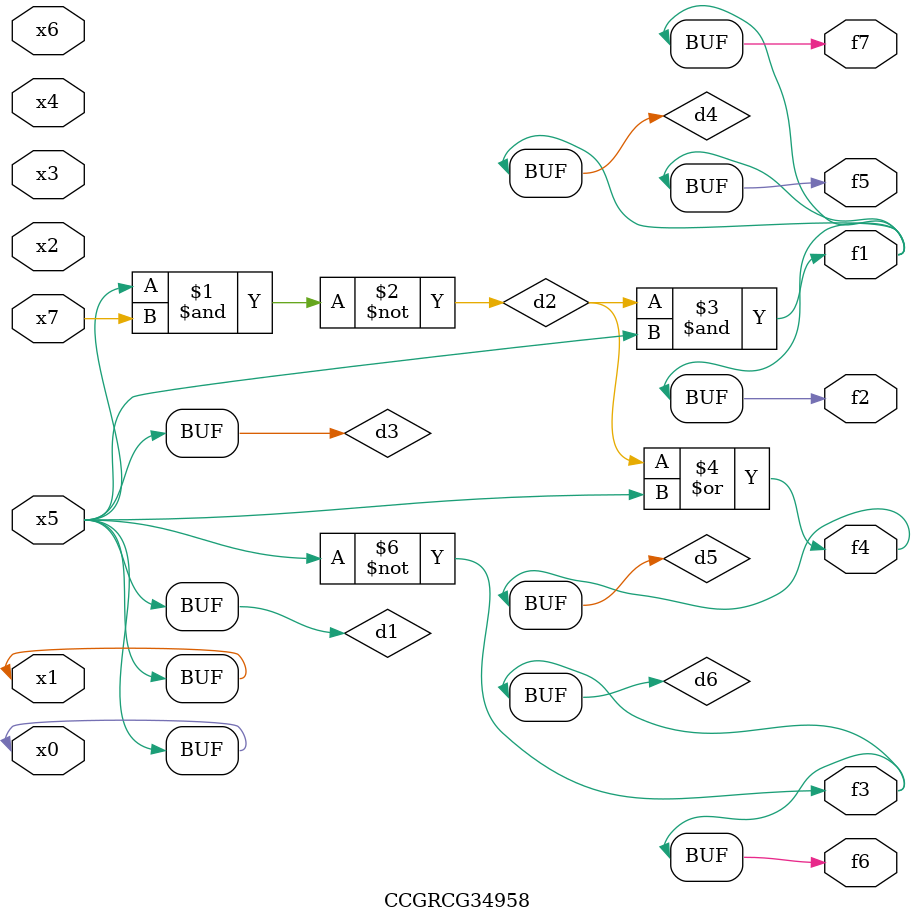
<source format=v>
module CCGRCG34958(
	input x0, x1, x2, x3, x4, x5, x6, x7,
	output f1, f2, f3, f4, f5, f6, f7
);

	wire d1, d2, d3, d4, d5, d6;

	buf (d1, x0, x5);
	nand (d2, x5, x7);
	buf (d3, x0, x1);
	and (d4, d2, d3);
	or (d5, d2, d3);
	nor (d6, d1, d3);
	assign f1 = d4;
	assign f2 = d4;
	assign f3 = d6;
	assign f4 = d5;
	assign f5 = d4;
	assign f6 = d6;
	assign f7 = d4;
endmodule

</source>
